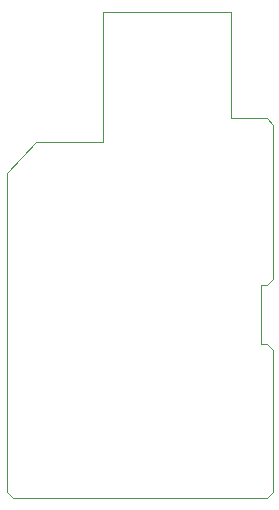
<source format=gbr>
G04 #@! TF.GenerationSoftware,KiCad,Pcbnew,5.1.5+dfsg1-2build2*
G04 #@! TF.CreationDate,2021-11-18T22:50:20-05:00*
G04 #@! TF.ProjectId,color_computer_dac,636f6c6f-725f-4636-9f6d-70757465725f,1.1.0*
G04 #@! TF.SameCoordinates,Original*
G04 #@! TF.FileFunction,Profile,NP*
%FSLAX46Y46*%
G04 Gerber Fmt 4.6, Leading zero omitted, Abs format (unit mm)*
G04 Created by KiCad (PCBNEW 5.1.5+dfsg1-2build2) date 2021-11-18 22:50:20*
%MOMM*%
%LPD*%
G04 APERTURE LIST*
%ADD10C,0.050000*%
G04 APERTURE END LIST*
D10*
X137100000Y-132700000D02*
X136600000Y-133200000D01*
X115100000Y-133200000D02*
X114600000Y-132700000D01*
X136600000Y-120200000D02*
X137100000Y-120700000D01*
X137100000Y-114700000D02*
X136600000Y-115200000D01*
X136600000Y-101100000D02*
X137100000Y-101700000D01*
X117100000Y-103100000D02*
X114600000Y-105700000D01*
X137100000Y-120700000D02*
X137100000Y-132700000D01*
X137100000Y-114700000D02*
X137100000Y-101700000D01*
X136100000Y-115200000D02*
X136600000Y-115200000D01*
X136100000Y-120200000D02*
X136100000Y-115200000D01*
X136600000Y-120200000D02*
X136100000Y-120200000D01*
X114600000Y-105700000D02*
X114600000Y-132700000D01*
X115100000Y-133200000D02*
X136600000Y-133200000D01*
X133600000Y-92100000D02*
X122700000Y-92100000D01*
X122700000Y-103100000D02*
X117100000Y-103100000D01*
X122700000Y-92100000D02*
X122700000Y-103100000D01*
X133600000Y-101100000D02*
X136600000Y-101100000D01*
X133600000Y-92100000D02*
X133600000Y-101100000D01*
M02*

</source>
